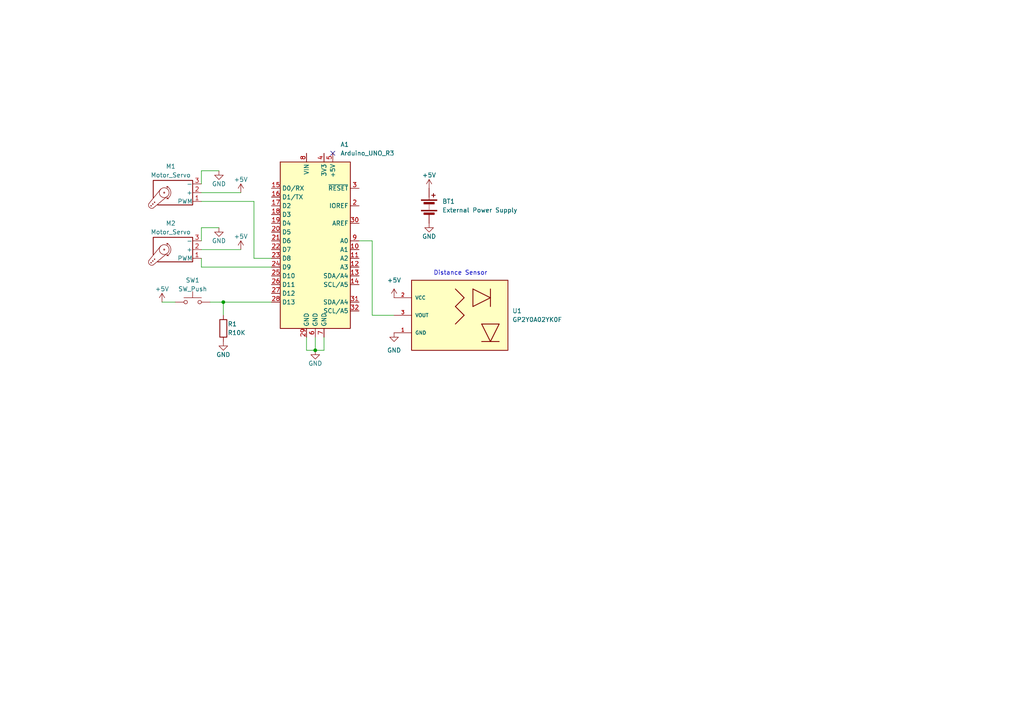
<source format=kicad_sch>
(kicad_sch (version 20230121) (generator eeschema)
  (paper "A4")
  (lib_symbols
    (symbol "Device:Battery" (pin_numbers hide) (pin_names (offset 0) hide)
      (property "Reference" "BT" (at 2.54 2.54 0))
      (property "Value" "Battery" (at 2.54 0 0))
      (symbol "Battery_0_1"
        (rectangle (start -2.286 -1.27) (end 2.286 -1.524) (fill (type outline)))
        (rectangle (start -2.286 1.778) (end 2.286 1.524) (fill (type outline)))
        (rectangle (start -1.524 -2.032) (end 1.524 -2.54) (fill (type outline)))
        (rectangle (start -1.524 1.016) (end 1.524 0.508) (fill (type outline)))
        (polyline (pts (xy 0 -1.016) (xy 0 -0.762)))
        (polyline (pts (xy 0 -0.508) (xy 0 -0.254)))
        (polyline (pts (xy 0 0) (xy 0 0.254)))
        (polyline (pts (xy 0 1.778) (xy 0 2.54)))
        (polyline (pts (xy 0.762 3.048) (xy 1.778 3.048)) (stroke (width 0.254)))
        (polyline (pts (xy 1.27 3.556) (xy 1.27 2.54)) (stroke (width 0.254)))
      )
      (symbol "Battery_1_1"
        (pin passive line (at 0 5.08 270) (length 2.54) (name "+") (number "1"))
        (pin passive line (at 0 -5.08 90) (length 2.54) (name "-") (number "2"))
      )
    )
    (symbol "Device:R" (pin_numbers hide) (pin_names (offset 0))
      (property "Reference" "R" (at 2.032 0 90))
      (property "Value" "R" (at 0 0 90))
      (symbol "R_0_1"
        (rectangle (start -1.016 -2.54) (end 1.016 2.54) (stroke (width 0.254)))
      )
      (symbol "R_1_1"
        (pin passive line (at 0 3.81 270) (length 1.27) (name "~") (number "1"))
        (pin passive line (at 0 -3.81 90) (length 1.27) (name "~") (number "2"))
      )
    )
    (symbol "GP2Y0A02YK0F:GP2Y0A02YK0F" (pin_names (offset 1.016))
      (property "Reference" "U" (at -12.7 0 0))
      (property "Value" "GP2Y0A02YK0F" (at -12.7 -2.54 0))
      (symbol "GP2Y0A02YK0F_0_0"
        (rectangle (start -12.7 2.54) (end 15.24 22.86) (stroke (width 0.254)) (fill (type background)))
        (polyline (pts (xy 0 15.24) (xy 2.54 12.7)) (stroke (width 0.254)))
        (polyline (pts (xy 0 20.32) (xy 2.54 17.78)) (stroke (width 0.254)))
        (polyline (pts (xy 2.54 12.7) (xy 0 10.16)) (stroke (width 0.254)))
        (polyline (pts (xy 2.54 17.78) (xy 0 15.24)) (stroke (width 0.254)))
        (polyline (pts (xy 5.08 15.24) (xy 10.16 17.78)) (stroke (width 0.254)))
        (polyline (pts (xy 5.08 20.32) (xy 5.08 15.24)) (stroke (width 0.254)))
        (polyline (pts (xy 7.62 5.08) (xy 12.7 5.08)) (stroke (width 0.254)))
        (polyline (pts (xy 7.62 10.16) (xy 10.16 5.08)) (stroke (width 0.254)))
        (polyline (pts (xy 10.16 5.08) (xy 12.7 10.16)) (stroke (width 0.254)))
        (polyline (pts (xy 10.16 17.78) (xy 5.08 20.32)) (stroke (width 0.254)))
        (polyline (pts (xy 10.16 20.32) (xy 10.16 15.24)) (stroke (width 0.254)))
        (polyline (pts (xy 12.7 10.16) (xy 7.62 10.16)) (stroke (width 0.254)))
        (pin bidirectional line (at -17.78 7.62 0) (length 5.08) (name "GND") (number "1"))
        (pin bidirectional line (at -17.78 17.78 0) (length 5.08) (name "VCC") (number "2"))
        (pin bidirectional line (at -17.78 12.7 0) (length 5.08) (name "VOUT") (number "3"))
      )
    )
    (symbol "MCU_Module:Arduino_UNO_R3"
      (property "Reference" "A" (at -10.16 23.495 0))
      (property "Value" "Arduino_UNO_R3" (at 5.08 -26.67 0))
      (symbol "Arduino_UNO_R3_0_1"
        (rectangle (start -10.16 22.86) (end 10.16 -25.4) (stroke (width 0.254)) (fill (type background)))
      )
      (symbol "Arduino_UNO_R3_1_1"
        (pin no_connect line (at -10.16 -20.32 0) (length 2.54) hide (name "NC") (number "1"))
        (pin bidirectional line (at 12.7 -2.54 180) (length 2.54) (name "A1") (number "10"))
        (pin bidirectional line (at 12.7 -5.08 180) (length 2.54) (name "A2") (number "11"))
        (pin bidirectional line (at 12.7 -7.62 180) (length 2.54) (name "A3") (number "12"))
        (pin bidirectional line (at 12.7 -10.16 180) (length 2.54) (name "SDA/A4") (number "13"))
        (pin bidirectional line (at 12.7 -12.7 180) (length 2.54) (name "SCL/A5") (number "14"))
        (pin bidirectional line (at -12.7 15.24 0) (length 2.54) (name "D0/RX") (number "15"))
        (pin bidirectional line (at -12.7 12.7 0) (length 2.54) (name "D1/TX") (number "16"))
        (pin bidirectional line (at -12.7 10.16 0) (length 2.54) (name "D2") (number "17"))
        (pin bidirectional line (at -12.7 7.62 0) (length 2.54) (name "D3") (number "18"))
        (pin bidirectional line (at -12.7 5.08 0) (length 2.54) (name "D4") (number "19"))
        (pin output line (at 12.7 10.16 180) (length 2.54) (name "IOREF") (number "2"))
        (pin bidirectional line (at -12.7 2.54 0) (length 2.54) (name "D5") (number "20"))
        (pin bidirectional line (at -12.7 0 0) (length 2.54) (name "D6") (number "21"))
        (pin bidirectional line (at -12.7 -2.54 0) (length 2.54) (name "D7") (number "22"))
        (pin bidirectional line (at -12.7 -5.08 0) (length 2.54) (name "D8") (number "23"))
        (pin bidirectional line (at -12.7 -7.62 0) (length 2.54) (name "D9") (number "24"))
        (pin bidirectional line (at -12.7 -10.16 0) (length 2.54) (name "D10") (number "25"))
        (pin bidirectional line (at -12.7 -12.7 0) (length 2.54) (name "D11") (number "26"))
        (pin bidirectional line (at -12.7 -15.24 0) (length 2.54) (name "D12") (number "27"))
        (pin bidirectional line (at -12.7 -17.78 0) (length 2.54) (name "D13") (number "28"))
        (pin power_in line (at -2.54 -27.94 90) (length 2.54) (name "GND") (number "29"))
        (pin input line (at 12.7 15.24 180) (length 2.54) (name "~{RESET}") (number "3"))
        (pin input line (at 12.7 5.08 180) (length 2.54) (name "AREF") (number "30"))
        (pin bidirectional line (at 12.7 -17.78 180) (length 2.54) (name "SDA/A4") (number "31"))
        (pin bidirectional line (at 12.7 -20.32 180) (length 2.54) (name "SCL/A5") (number "32"))
        (pin power_out line (at 2.54 25.4 270) (length 2.54) (name "3V3") (number "4"))
        (pin power_out line (at 5.08 25.4 270) (length 2.54) (name "+5V") (number "5"))
        (pin power_in line (at 0 -27.94 90) (length 2.54) (name "GND") (number "6"))
        (pin power_in line (at 2.54 -27.94 90) (length 2.54) (name "GND") (number "7"))
        (pin power_in line (at -2.54 25.4 270) (length 2.54) (name "VIN") (number "8"))
        (pin bidirectional line (at 12.7 0 180) (length 2.54) (name "A0") (number "9"))
      )
    )
    (symbol "Motor:Motor_Servo" (pin_names (offset 0.0254))
      (property "Reference" "M" (at -5.08 4.445 0))
      (property "Value" "Motor_Servo" (at -5.08 -4.064 0))
      (symbol "Motor_Servo_0_1"
        (polyline (pts (xy 2.413 -1.778) (xy 2.032 -1.778)))
        (polyline (pts (xy 2.413 -1.778) (xy 2.286 -1.397)))
        (polyline (pts (xy 2.413 1.778) (xy 1.905 1.778)))
        (polyline (pts (xy 2.413 1.778) (xy 2.286 1.397)))
        (polyline (pts (xy 6.35 4.445) (xy 2.54 1.27)))
        (polyline (pts (xy 7.62 3.175) (xy 4.191 -1.016)))
        (polyline (pts (xy 5.08 3.556) (xy -5.08 3.556) (xy -5.08 -3.556) (xy 6.35 -3.556) (xy 6.35 1.524)) (stroke (width 0.254)))
        (arc (start 2.413 1.778) (mid 1.2406 0) (end 2.413 -1.778))
        (circle (center 3.175 0) (radius 0.1778))
        (circle (center 3.175 0) (radius 1.4224))
        (circle (center 5.969 2.794) (radius 0.127))
        (circle (center 6.477 3.302) (radius 0.127))
        (circle (center 6.985 3.81) (radius 0.127))
        (arc (start 7.62 3.175) (mid 7.4485 4.2735) (end 6.35 4.445))
      )
      (symbol "Motor_Servo_1_1"
        (pin passive line (at -7.62 2.54 0) (length 2.54) (name "PWM") (number "1"))
        (pin passive line (at -7.62 0 0) (length 2.54) (name "+") (number "2"))
        (pin passive line (at -7.62 -2.54 0) (length 2.54) (name "-") (number "3"))
      )
    )
    (symbol "Switch:SW_Push" (pin_numbers hide) (pin_names (offset 1.016) hide)
      (property "Reference" "SW" (at 1.27 2.54 0))
      (property "Value" "SW_Push" (at 0 -1.524 0))
      (symbol "SW_Push_0_1"
        (circle (center -2.032 0) (radius 0.508))
        (polyline (pts (xy 0 1.27) (xy 0 3.048)))
        (polyline (pts (xy 2.54 1.27) (xy -2.54 1.27)))
        (circle (center 2.032 0) (radius 0.508))
        (pin passive line (at -5.08 0 0) (length 2.54) (name "1") (number "1"))
        (pin passive line (at 5.08 0 180) (length 2.54) (name "2") (number "2"))
      )
    )
    (symbol "power:+5V" (power) (pin_names (offset 0))
      (property "Value" "+5V" (at 0 3.556 0))
      (symbol "+5V_0_1"
        (polyline (pts (xy -0.762 1.27) (xy 0 2.54)))
        (polyline (pts (xy 0 0) (xy 0 2.54)))
        (polyline (pts (xy 0 2.54) (xy 0.762 1.27)))
      )
      (symbol "+5V_1_1"
        (pin power_in line (at 0 0 90) (length 0) hide (name "+5V") (number "1"))
      )
    )
    (symbol "power:GND" (power) (pin_names (offset 0))
      (property "Value" "GND" (at 0 -3.81 0))
      (symbol "GND_0_1"
        (polyline (pts (xy 0 0) (xy 0 -1.27) (xy 1.27 -1.27) (xy 0 -2.54) (xy -1.27 -1.27) (xy 0 -1.27)))
      )
      (symbol "GND_1_1"
        (pin power_in line (at 0 0 270) (length 0) hide (name "GND") (number "1"))
      )
    )
  )
  (junction (at 64.77 87.63))
  (junction (at 91.44 101.6))
  (no_connect (at 96.52 44.45))
  (wire (pts (xy 91.44 101.6) (xy 91.44 97.79)))
  (wire (pts (xy 58.42 49.53) (xy 63.5 49.53)))
  (wire (pts (xy 93.98 97.79) (xy 93.98 101.6)))
  (wire (pts (xy 58.42 58.42) (xy 73.66 58.42)))
  (wire (pts (xy 93.98 101.6) (xy 91.44 101.6)))
  (wire (pts (xy 64.77 91.44) (xy 64.77 87.63)))
  (wire (pts (xy 58.42 77.47) (xy 78.74 77.47)))
  (wire (pts (xy 88.9 97.79) (xy 88.9 101.6)))
  (wire (pts (xy 64.77 87.63) (xy 78.74 87.63)))
  (wire (pts (xy 107.95 69.85) (xy 104.14 69.85)))
  (wire (pts (xy 73.66 74.93) (xy 78.74 74.93)))
  (wire (pts (xy 107.95 91.44) (xy 107.95 69.85)))
  (wire (pts (xy 60.96 87.63) (xy 64.77 87.63)))
  (wire (pts (xy 107.95 91.44) (xy 114.3 91.44)))
  (wire (pts (xy 58.42 53.34) (xy 58.42 49.53)))
  (wire (pts (xy 73.66 74.93) (xy 73.66 58.42)))
  (wire (pts (xy 58.42 72.39) (xy 69.85 72.39)))
  (wire (pts (xy 88.9 101.6) (xy 91.44 101.6)))
  (wire (pts (xy 58.42 55.88) (xy 69.85 55.88)))
  (wire (pts (xy 46.99 87.63) (xy 50.8 87.63)))
  (wire (pts (xy 58.42 66.04) (xy 63.5 66.04)))
  (wire (pts (xy 58.42 69.85) (xy 58.42 66.04)))
  (wire (pts (xy 58.42 77.47) (xy 58.42 74.93)))
  (text "Distance Sensor" (at 125.73 80.01 0) (effects (font (size 1.27 1.27)) (justify left bottom)))
  (symbol (lib_id "power:+5V") (at 69.85 55.88 0) (unit 1)
    (property "Reference" "#PWR05" (effects hide))
    (property "Value" "+5V" (at 69.85 52.07 0))
  )
  (symbol (lib_id "power:GND") (at 63.5 49.53 0) (unit 1)
    (property "Reference" "#PWR02" (effects hide))
    (property "Value" "GND" (at 63.5 53.34 0))
  )
  (symbol (lib_id "power:+5V") (at 69.85 72.39 0) (unit 1)
    (property "Reference" "#PWR04" (effects hide))
    (property "Value" "+5V" (at 69.85 68.58 0))
  )
  (symbol (lib_id "Device:R") (at 64.77 95.25 0) (unit 1)
    (property "Reference" "R1" (at 66.04 93.98 0) (effects (justify left)))
    (property "Value" "R10K" (at 66.04 96.52 0) (effects (justify left)))
  )
  (symbol (lib_id "power:GND") (at 91.44 101.6 0) (unit 1)
    (property "Reference" "#PWR01" (effects hide))
    (property "Value" "GND" (at 91.44 105.41 0))
  )
  (symbol (lib_id "power:GND") (at 63.5 66.04 0) (unit 1)
    (property "Reference" "#PWR03" (effects hide))
    (property "Value" "GND" (at 63.5 69.85 0))
  )
  (symbol (lib_id "GP2Y0A02YK0F:GP2Y0A02YK0F") (at 132.08 104.14 0) (unit 1)
    (property "Reference" "U1" (at 148.59 90.17 0) (effects (justify left)))
    (property "Value" "GP2Y0A02YK0F" (at 148.59 92.71 0) (effects (justify left)))
    (property "Footprint" "GP2Y0A02YK0F:22-23-2031" (effects hide))
    (property "MF" "SHARP/Socle Technology" (effects hide))
    (property "Description" "\nOptical Sensor 20 ~ 150cm Analog Output\n" (effects hide))
    (property "Package" "DIP-3 Sharp" (effects hide))
    (property "Price" "None" (effects hide))
    (property "SnapEDA_Link" "https://www.snapeda.com/parts/GP2Y0A02YK0F/SHARP%252FSocle+Technology/view-part/?ref=snap" (effects hide))
    (property "MP" "GP2Y0A02YK0F" (effects hide))
    (property "Purchase-URL" "https://www.snapeda.com/api/url_track_click_mouser/?unipart_id=264125&manufacturer=SHARP/Socle Technology&part_name=GP2Y0A02YK0F&search_term=None" (effects hide))
    (property "Availability" "In Stock" (effects hide))
    (property "Check_prices" "https://www.snapeda.com/parts/GP2Y0A02YK0F/SHARP%252FSocle+Technology/view-part/?ref=eda" (effects hide))
  )
  (symbol (lib_id "power:GND") (at 124.46 64.77 0) (unit 1)
    (property "Reference" "#PWR011" (effects hide))
    (property "Value" "GND" (at 124.46 68.58 0))
  )
  (symbol (lib_id "power:+5V") (at 124.46 54.61 0) (unit 1)
    (property "Reference" "#PWR010" (effects hide))
    (property "Value" "+5V" (at 124.46 50.8 0))
  )
  (symbol (lib_id "Switch:SW_Push") (at 55.88 87.63 0) (unit 1)
    (property "Reference" "SW1" (at 55.88 81.28 0))
    (property "Value" "SW_Push" (at 55.88 83.82 0))
  )
  (symbol (lib_id "Motor:Motor_Servo") (at 50.8 55.88 180) (unit 1)
    (property "Reference" "M1" (at 49.53 48.26 0))
    (property "Value" "Motor_Servo" (at 49.53 50.8 0))
    (property "Datasheet" "http://forums.parallax.com/uploads/attachments/46831/74481.png" (effects hide))
  )
  (symbol (lib_id "power:+5V") (at 46.99 87.63 0) (unit 1)
    (property "Reference" "#PWR06" (effects hide))
    (property "Value" "+5V" (at 46.99 83.82 0))
  )
  (symbol (lib_id "Motor:Motor_Servo") (at 50.8 72.39 180) (unit 1)
    (property "Reference" "M2" (at 49.53 64.77 0))
    (property "Value" "Motor_Servo" (at 49.53 67.31 0))
    (property "Datasheet" "http://forums.parallax.com/uploads/attachments/46831/74481.png" (effects hide))
  )
  (symbol (lib_id "power:GND") (at 64.77 99.06 0) (unit 1)
    (property "Reference" "#PWR07" (effects hide))
    (property "Value" "GND" (at 64.77 102.87 0))
  )
  (symbol (lib_id "power:GND") (at 114.3 96.52 0) (unit 1)
    (property "Reference" "#PWR08" (effects hide))
    (property "Value" "GND" (at 114.3 101.6 0))
  )
  (symbol (lib_id "power:+5V") (at 114.3 86.36 0) (unit 1)
    (property "Reference" "#PWR09" (effects hide))
    (property "Value" "+5V" (at 114.3 81.28 0))
  )
  (symbol (lib_id "MCU_Module:Arduino_UNO_R3") (at 91.44 69.85 0) (unit 1)
    (property "Reference" "A1" (at 98.7141 41.91 0) (effects (justify left)))
    (property "Value" "Arduino_UNO_R3" (at 98.7141 44.45 0) (effects (justify left)))
    (property "Footprint" "Module:Arduino_UNO_R3" (effects hide))
    (property "Datasheet" "https://www.arduino.cc/en/Main/arduinoBoardUno" (effects hide))
  )
  (symbol (lib_id "Device:Battery") (at 124.46 59.69 0) (unit 1)
    (property "Reference" "BT1" (at 128.27 58.42 0) (effects (justify left)))
    (property "Value" "External Power Supply" (at 128.27 60.96 0) (effects (justify left)))
  )
)
</source>
